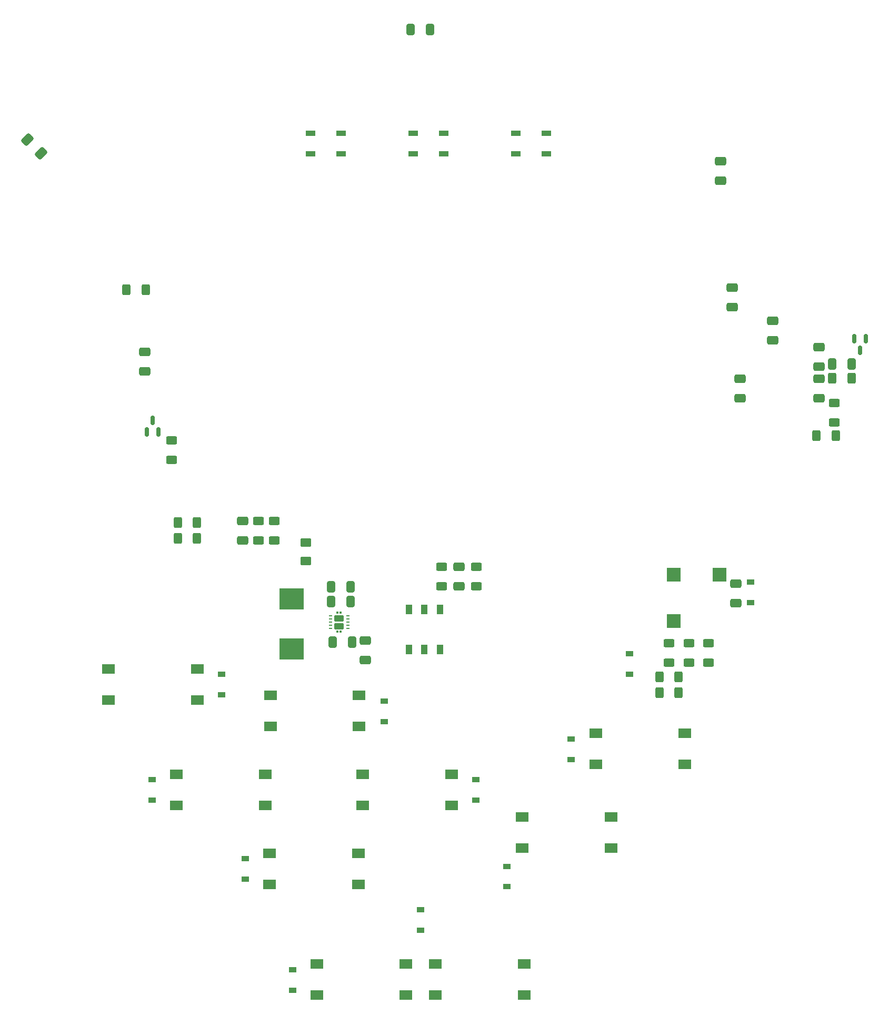
<source format=gtp>
%TF.GenerationSoftware,KiCad,Pcbnew,(6.0.11)*%
%TF.CreationDate,2024-05-07T01:49:41+08:00*%
%TF.ProjectId,badge,62616467-652e-46b6-9963-61645f706362,rev?*%
%TF.SameCoordinates,Original*%
%TF.FileFunction,Paste,Top*%
%TF.FilePolarity,Positive*%
%FSLAX46Y46*%
G04 Gerber Fmt 4.6, Leading zero omitted, Abs format (unit mm)*
G04 Created by KiCad (PCBNEW (6.0.11)) date 2024-05-07 01:49:41*
%MOMM*%
%LPD*%
G01*
G04 APERTURE LIST*
G04 Aperture macros list*
%AMRoundRect*
0 Rectangle with rounded corners*
0 $1 Rounding radius*
0 $2 $3 $4 $5 $6 $7 $8 $9 X,Y pos of 4 corners*
0 Add a 4 corners polygon primitive as box body*
4,1,4,$2,$3,$4,$5,$6,$7,$8,$9,$2,$3,0*
0 Add four circle primitives for the rounded corners*
1,1,$1+$1,$2,$3*
1,1,$1+$1,$4,$5*
1,1,$1+$1,$6,$7*
1,1,$1+$1,$8,$9*
0 Add four rect primitives between the rounded corners*
20,1,$1+$1,$2,$3,$4,$5,0*
20,1,$1+$1,$4,$5,$6,$7,0*
20,1,$1+$1,$6,$7,$8,$9,0*
20,1,$1+$1,$8,$9,$2,$3,0*%
G04 Aperture macros list end*
%ADD10R,1.200000X0.900000*%
%ADD11R,2.195000X2.195000*%
%ADD12RoundRect,0.250000X-0.412500X-0.650000X0.412500X-0.650000X0.412500X0.650000X-0.412500X0.650000X0*%
%ADD13RoundRect,0.250000X-0.625000X0.400000X-0.625000X-0.400000X0.625000X-0.400000X0.625000X0.400000X0*%
%ADD14R,2.000000X1.500000*%
%ADD15RoundRect,0.250000X0.400000X0.625000X-0.400000X0.625000X-0.400000X-0.625000X0.400000X-0.625000X0*%
%ADD16RoundRect,0.250000X0.625000X-0.400000X0.625000X0.400000X-0.625000X0.400000X-0.625000X-0.400000X0*%
%ADD17RoundRect,0.250000X-0.650000X0.412500X-0.650000X-0.412500X0.650000X-0.412500X0.650000X0.412500X0*%
%ADD18RoundRect,0.250000X0.650000X-0.412500X0.650000X0.412500X-0.650000X0.412500X-0.650000X-0.412500X0*%
%ADD19RoundRect,0.250000X0.412500X0.650000X-0.412500X0.650000X-0.412500X-0.650000X0.412500X-0.650000X0*%
%ADD20R,1.500000X0.900000*%
%ADD21RoundRect,0.250000X-0.400000X-0.625000X0.400000X-0.625000X0.400000X0.625000X-0.400000X0.625000X0*%
%ADD22RoundRect,0.150000X-0.150000X0.587500X-0.150000X-0.587500X0.150000X-0.587500X0.150000X0.587500X0*%
%ADD23RoundRect,0.250000X-0.751301X-0.167938X-0.167938X-0.751301X0.751301X0.167938X0.167938X0.751301X0*%
%ADD24R,4.000000X3.500000*%
%ADD25RoundRect,0.250001X-0.624999X0.462499X-0.624999X-0.462499X0.624999X-0.462499X0.624999X0.462499X0*%
%ADD26RoundRect,0.150000X0.150000X-0.587500X0.150000X0.587500X-0.150000X0.587500X-0.150000X-0.587500X0*%
%ADD27R,1.000000X1.550000*%
%ADD28R,0.600000X0.240000*%
%ADD29RoundRect,0.025000X-0.100000X-0.145000X0.100000X-0.145000X0.100000X0.145000X-0.100000X0.145000X0*%
%ADD30RoundRect,0.106000X-0.644000X-0.424000X0.644000X-0.424000X0.644000X0.424000X-0.644000X0.424000X0*%
G04 APERTURE END LIST*
D10*
%TO.C,D17*%
X130810000Y-142952200D03*
X130810000Y-146252200D03*
%TD*%
D11*
%TO.C,BZ1*%
X137905000Y-137685000D03*
X137905000Y-130285000D03*
X145305000Y-130285000D03*
%TD*%
D12*
%TO.C,C32*%
X163410500Y-96367600D03*
X166535500Y-96367600D03*
%TD*%
D13*
%TO.C,R28*%
X100584000Y-129006000D03*
X100584000Y-132106000D03*
%TD*%
D14*
%TO.C,SW1*%
X87325000Y-149646000D03*
X73025000Y-149646000D03*
X73025000Y-154646000D03*
X87325000Y-154646000D03*
%TD*%
D15*
%TO.C,R15*%
X138710000Y-146685000D03*
X135610000Y-146685000D03*
%TD*%
D14*
%TO.C,SW4*%
X72860000Y-175046000D03*
X87160000Y-175046000D03*
X87160000Y-180046000D03*
X72860000Y-180046000D03*
%TD*%
D10*
%TO.C,D1*%
X91313000Y-153923000D03*
X91313000Y-150623000D03*
%TD*%
D14*
%TO.C,SW7*%
X72174000Y-162346000D03*
X57874000Y-162346000D03*
X57874000Y-167346000D03*
X72174000Y-167346000D03*
%TD*%
D16*
%TO.C,R16*%
X140335000Y-144425000D03*
X140335000Y-141325000D03*
%TD*%
D17*
%TO.C,C3*%
X68580000Y-121627500D03*
X68580000Y-124752500D03*
%TD*%
D18*
%TO.C,C2*%
X161290000Y-101892500D03*
X161290000Y-98767500D03*
%TD*%
D10*
%TO.C,D9*%
X65151000Y-149605000D03*
X65151000Y-146305000D03*
%TD*%
D19*
%TO.C,C31*%
X86195300Y-141122400D03*
X83070300Y-141122400D03*
%TD*%
D18*
%TO.C,C26*%
X103378000Y-132131000D03*
X103378000Y-129006000D03*
%TD*%
D10*
%TO.C,D8*%
X111048800Y-180440600D03*
X111048800Y-177140600D03*
%TD*%
D13*
%TO.C,R3*%
X71120000Y-121640000D03*
X71120000Y-124740000D03*
%TD*%
D16*
%TO.C,R30*%
X163753800Y-105816400D03*
X163753800Y-102716400D03*
%TD*%
D10*
%TO.C,D4*%
X68961000Y-179196000D03*
X68961000Y-175896000D03*
%TD*%
%TO.C,D6*%
X97155000Y-187451000D03*
X97155000Y-184151000D03*
%TD*%
D20*
%TO.C,D11*%
X95975000Y-59310000D03*
X95975000Y-62610000D03*
X100875000Y-62610000D03*
X100875000Y-59310000D03*
%TD*%
D21*
%TO.C,R1*%
X58140000Y-121920000D03*
X61240000Y-121920000D03*
%TD*%
D15*
%TO.C,R31*%
X166497600Y-98679000D03*
X163397600Y-98679000D03*
%TD*%
D13*
%TO.C,R4*%
X73660000Y-121640000D03*
X73660000Y-124740000D03*
%TD*%
D18*
%TO.C,C1*%
X161290000Y-96812500D03*
X161290000Y-93687500D03*
%TD*%
D14*
%TO.C,SW9*%
X61252000Y-145455000D03*
X46952000Y-145455000D03*
X61252000Y-150455000D03*
X46952000Y-150455000D03*
%TD*%
D15*
%TO.C,R29*%
X163957600Y-107899200D03*
X160857600Y-107899200D03*
%TD*%
D14*
%TO.C,SW8*%
X127800000Y-169204000D03*
X113500000Y-169204000D03*
X113500000Y-174204000D03*
X127800000Y-174204000D03*
%TD*%
D20*
%TO.C,D10*%
X79465000Y-59310000D03*
X79465000Y-62610000D03*
X84365000Y-62610000D03*
X84365000Y-59310000D03*
%TD*%
D17*
%TO.C,C7*%
X147320000Y-84162500D03*
X147320000Y-87287500D03*
%TD*%
D21*
%TO.C,R10*%
X49885000Y-84455000D03*
X52985000Y-84455000D03*
%TD*%
D17*
%TO.C,C28*%
X147878800Y-131685900D03*
X147878800Y-134810900D03*
%TD*%
D18*
%TO.C,C27*%
X153797000Y-92621500D03*
X153797000Y-89496500D03*
%TD*%
D16*
%TO.C,R27*%
X106172000Y-132106000D03*
X106172000Y-129006000D03*
%TD*%
%TO.C,R20*%
X143510000Y-144425000D03*
X143510000Y-141325000D03*
%TD*%
D19*
%TO.C,C21*%
X85890500Y-132207000D03*
X82765500Y-132207000D03*
%TD*%
D21*
%TO.C,R2*%
X58140000Y-124460000D03*
X61240000Y-124460000D03*
%TD*%
D18*
%TO.C,C11*%
X52832000Y-97574500D03*
X52832000Y-94449500D03*
%TD*%
%TO.C,C5*%
X148590000Y-101892500D03*
X148590000Y-98767500D03*
%TD*%
D22*
%TO.C,Q7*%
X168844000Y-92331300D03*
X166944000Y-92331300D03*
X167894000Y-94206300D03*
%TD*%
D15*
%TO.C,R21*%
X138710000Y-149225000D03*
X135610000Y-149225000D03*
%TD*%
D23*
%TO.C,C19*%
X33947146Y-60363146D03*
X36156854Y-62572854D03*
%TD*%
D24*
%TO.C,L1*%
X76454000Y-134176000D03*
X76454000Y-142176000D03*
%TD*%
D14*
%TO.C,SW5*%
X125387200Y-155742000D03*
X139687200Y-155742000D03*
X139687200Y-160742000D03*
X125387200Y-160742000D03*
%TD*%
D19*
%TO.C,C16*%
X85890500Y-134620000D03*
X82765500Y-134620000D03*
%TD*%
D25*
%TO.C,FB1*%
X78740000Y-125120400D03*
X78740000Y-128095400D03*
%TD*%
D14*
%TO.C,SW2*%
X87846000Y-162346000D03*
X102146000Y-162346000D03*
X102146000Y-167346000D03*
X87846000Y-167346000D03*
%TD*%
D13*
%TO.C,R19*%
X137160000Y-141325000D03*
X137160000Y-144425000D03*
%TD*%
D10*
%TO.C,D5*%
X121412000Y-160019000D03*
X121412000Y-156719000D03*
%TD*%
D19*
%TO.C,C15*%
X98717500Y-42672000D03*
X95592500Y-42672000D03*
%TD*%
D10*
%TO.C,D2*%
X106045000Y-166496000D03*
X106045000Y-163196000D03*
%TD*%
D26*
%TO.C,Q2*%
X53152000Y-107363500D03*
X55052000Y-107363500D03*
X54102000Y-105488500D03*
%TD*%
D27*
%TO.C,SW10*%
X95290000Y-135840000D03*
X97790000Y-135840000D03*
X100290000Y-135840000D03*
X95290000Y-142290000D03*
X97790000Y-142290000D03*
X100290000Y-142290000D03*
%TD*%
D14*
%TO.C,SW6*%
X113830000Y-192826000D03*
X99530000Y-192826000D03*
X113830000Y-197826000D03*
X99530000Y-197826000D03*
%TD*%
D17*
%TO.C,C6*%
X145415000Y-63842500D03*
X145415000Y-66967500D03*
%TD*%
D20*
%TO.C,D15*%
X112485000Y-59310000D03*
X112485000Y-62610000D03*
X117385000Y-62610000D03*
X117385000Y-59310000D03*
%TD*%
D14*
%TO.C,SW3*%
X80480000Y-192826000D03*
X94780000Y-192826000D03*
X94780000Y-197826000D03*
X80480000Y-197826000D03*
%TD*%
D10*
%TO.C,D16*%
X150266400Y-131470400D03*
X150266400Y-134770400D03*
%TD*%
D16*
%TO.C,R11*%
X57150000Y-111786000D03*
X57150000Y-108686000D03*
%TD*%
D17*
%TO.C,C30*%
X88341200Y-140893000D03*
X88341200Y-144018000D03*
%TD*%
D10*
%TO.C,D7*%
X53975000Y-166496000D03*
X53975000Y-163196000D03*
%TD*%
%TO.C,D3*%
X76581000Y-197103000D03*
X76581000Y-193803000D03*
%TD*%
D28*
%TO.C,U6*%
X85474000Y-136922000D03*
X85474000Y-137422000D03*
X85474000Y-137922000D03*
X85474000Y-138422000D03*
X85474000Y-138922000D03*
X82674000Y-138922000D03*
X82674000Y-138422000D03*
X82674000Y-137922000D03*
X82674000Y-137422000D03*
X82674000Y-136922000D03*
D29*
X83824000Y-139452000D03*
X84324000Y-136392000D03*
X84324000Y-139452000D03*
D30*
X84074000Y-138552000D03*
X84074000Y-137292000D03*
D29*
X83824000Y-136392000D03*
%TD*%
M02*

</source>
